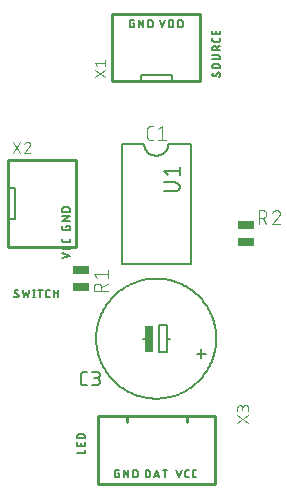
<source format=gbr>
G04 EAGLE Gerber RS-274X export*
G75*
%MOMM*%
%FSLAX34Y34*%
%LPD*%
%INSilkscreen Top*%
%IPPOS*%
%AMOC8*
5,1,8,0,0,1.08239X$1,22.5*%
G01*
%ADD10C,0.152400*%
%ADD11C,0.101600*%
%ADD12R,0.635000X2.286000*%
%ADD13C,0.127000*%
%ADD14R,1.400000X0.650000*%
%ADD15C,0.254000*%
%ADD16C,0.200000*%


D10*
X47498Y194861D02*
X54102Y197063D01*
X47498Y199264D01*
X54102Y203975D02*
X54102Y205443D01*
X54102Y203975D02*
X54100Y203901D01*
X54094Y203826D01*
X54085Y203753D01*
X54072Y203679D01*
X54055Y203607D01*
X54035Y203536D01*
X54011Y203465D01*
X53983Y203396D01*
X53952Y203329D01*
X53918Y203263D01*
X53880Y203198D01*
X53839Y203136D01*
X53795Y203076D01*
X53748Y203019D01*
X53698Y202964D01*
X53645Y202911D01*
X53590Y202861D01*
X53533Y202814D01*
X53473Y202770D01*
X53411Y202729D01*
X53346Y202691D01*
X53281Y202657D01*
X53213Y202626D01*
X53144Y202598D01*
X53073Y202574D01*
X53002Y202554D01*
X52930Y202537D01*
X52856Y202524D01*
X52783Y202515D01*
X52708Y202509D01*
X52634Y202507D01*
X52634Y202508D02*
X48966Y202508D01*
X48966Y202507D02*
X48892Y202509D01*
X48817Y202515D01*
X48744Y202524D01*
X48670Y202537D01*
X48598Y202554D01*
X48527Y202574D01*
X48456Y202598D01*
X48387Y202626D01*
X48320Y202657D01*
X48254Y202691D01*
X48189Y202729D01*
X48127Y202770D01*
X48067Y202814D01*
X48010Y202861D01*
X47955Y202911D01*
X47902Y202964D01*
X47852Y203019D01*
X47805Y203076D01*
X47761Y203136D01*
X47720Y203198D01*
X47682Y203263D01*
X47648Y203328D01*
X47617Y203396D01*
X47589Y203465D01*
X47565Y203536D01*
X47545Y203607D01*
X47528Y203679D01*
X47515Y203753D01*
X47506Y203826D01*
X47500Y203901D01*
X47498Y203975D01*
X47498Y205443D01*
X54102Y210071D02*
X54102Y211539D01*
X54102Y210071D02*
X54100Y209997D01*
X54094Y209922D01*
X54085Y209849D01*
X54072Y209775D01*
X54055Y209703D01*
X54035Y209632D01*
X54011Y209561D01*
X53983Y209492D01*
X53952Y209425D01*
X53918Y209359D01*
X53880Y209294D01*
X53839Y209232D01*
X53795Y209172D01*
X53748Y209115D01*
X53698Y209060D01*
X53645Y209007D01*
X53590Y208957D01*
X53533Y208910D01*
X53473Y208866D01*
X53411Y208825D01*
X53346Y208787D01*
X53281Y208753D01*
X53213Y208722D01*
X53144Y208694D01*
X53073Y208670D01*
X53002Y208650D01*
X52930Y208633D01*
X52856Y208620D01*
X52783Y208611D01*
X52708Y208605D01*
X52634Y208603D01*
X52634Y208604D02*
X48966Y208604D01*
X48966Y208603D02*
X48892Y208605D01*
X48817Y208611D01*
X48744Y208620D01*
X48670Y208633D01*
X48598Y208650D01*
X48527Y208670D01*
X48456Y208694D01*
X48387Y208722D01*
X48320Y208753D01*
X48254Y208787D01*
X48189Y208825D01*
X48127Y208866D01*
X48067Y208910D01*
X48010Y208957D01*
X47955Y209007D01*
X47902Y209060D01*
X47852Y209115D01*
X47805Y209172D01*
X47761Y209232D01*
X47720Y209294D01*
X47682Y209359D01*
X47648Y209424D01*
X47617Y209492D01*
X47589Y209561D01*
X47565Y209632D01*
X47545Y209703D01*
X47528Y209775D01*
X47515Y209849D01*
X47506Y209922D01*
X47500Y209997D01*
X47498Y210071D01*
X47498Y211539D01*
X94531Y13067D02*
X95632Y13067D01*
X95632Y9398D01*
X93430Y9398D01*
X93356Y9400D01*
X93281Y9406D01*
X93208Y9415D01*
X93134Y9428D01*
X93062Y9445D01*
X92991Y9465D01*
X92920Y9489D01*
X92851Y9517D01*
X92784Y9548D01*
X92718Y9582D01*
X92653Y9620D01*
X92591Y9661D01*
X92531Y9705D01*
X92474Y9752D01*
X92419Y9802D01*
X92366Y9855D01*
X92316Y9910D01*
X92269Y9967D01*
X92225Y10027D01*
X92184Y10089D01*
X92146Y10154D01*
X92112Y10220D01*
X92081Y10287D01*
X92053Y10356D01*
X92029Y10427D01*
X92009Y10498D01*
X91992Y10570D01*
X91979Y10644D01*
X91970Y10717D01*
X91964Y10792D01*
X91962Y10866D01*
X91963Y10866D02*
X91963Y14534D01*
X91962Y14534D02*
X91964Y14608D01*
X91970Y14683D01*
X91979Y14756D01*
X91992Y14830D01*
X92009Y14902D01*
X92029Y14973D01*
X92053Y15044D01*
X92081Y15113D01*
X92112Y15180D01*
X92146Y15246D01*
X92184Y15311D01*
X92225Y15373D01*
X92269Y15433D01*
X92316Y15490D01*
X92366Y15545D01*
X92419Y15598D01*
X92474Y15648D01*
X92531Y15695D01*
X92591Y15739D01*
X92653Y15780D01*
X92718Y15818D01*
X92783Y15852D01*
X92851Y15883D01*
X92920Y15911D01*
X92991Y15935D01*
X93062Y15955D01*
X93134Y15972D01*
X93208Y15985D01*
X93281Y15994D01*
X93356Y16000D01*
X93430Y16002D01*
X95632Y16002D01*
X99766Y16002D02*
X99766Y9398D01*
X103434Y9398D02*
X99766Y16002D01*
X103434Y16002D02*
X103434Y9398D01*
X107568Y9398D02*
X107568Y16002D01*
X109403Y16002D01*
X109488Y16000D01*
X109572Y15994D01*
X109656Y15984D01*
X109740Y15971D01*
X109823Y15953D01*
X109905Y15932D01*
X109986Y15907D01*
X110066Y15878D01*
X110144Y15846D01*
X110220Y15810D01*
X110295Y15770D01*
X110368Y15727D01*
X110439Y15681D01*
X110508Y15632D01*
X110575Y15579D01*
X110639Y15523D01*
X110700Y15465D01*
X110758Y15404D01*
X110814Y15340D01*
X110867Y15273D01*
X110916Y15204D01*
X110962Y15133D01*
X111005Y15060D01*
X111045Y14985D01*
X111081Y14909D01*
X111113Y14831D01*
X111142Y14751D01*
X111167Y14670D01*
X111188Y14588D01*
X111206Y14505D01*
X111219Y14421D01*
X111229Y14337D01*
X111235Y14253D01*
X111237Y14168D01*
X111237Y11232D01*
X111235Y11147D01*
X111229Y11063D01*
X111219Y10979D01*
X111206Y10895D01*
X111188Y10812D01*
X111167Y10730D01*
X111142Y10649D01*
X111113Y10569D01*
X111081Y10491D01*
X111045Y10415D01*
X111005Y10340D01*
X110962Y10267D01*
X110916Y10196D01*
X110867Y10127D01*
X110814Y10060D01*
X110758Y9996D01*
X110700Y9935D01*
X110639Y9877D01*
X110575Y9821D01*
X110508Y9768D01*
X110439Y9719D01*
X110368Y9673D01*
X110295Y9630D01*
X110220Y9590D01*
X110144Y9554D01*
X110066Y9522D01*
X109986Y9493D01*
X109905Y9468D01*
X109823Y9447D01*
X109740Y9429D01*
X109656Y9416D01*
X109572Y9406D01*
X109488Y9400D01*
X109403Y9398D01*
X107568Y9398D01*
X117972Y9398D02*
X117972Y16002D01*
X119807Y16002D01*
X119892Y16000D01*
X119976Y15994D01*
X120060Y15984D01*
X120144Y15971D01*
X120227Y15953D01*
X120309Y15932D01*
X120390Y15907D01*
X120470Y15878D01*
X120548Y15846D01*
X120624Y15810D01*
X120699Y15770D01*
X120772Y15727D01*
X120843Y15681D01*
X120912Y15632D01*
X120979Y15579D01*
X121043Y15523D01*
X121104Y15465D01*
X121162Y15404D01*
X121218Y15340D01*
X121271Y15273D01*
X121320Y15204D01*
X121366Y15133D01*
X121409Y15060D01*
X121449Y14985D01*
X121485Y14909D01*
X121517Y14831D01*
X121546Y14751D01*
X121571Y14670D01*
X121592Y14588D01*
X121610Y14505D01*
X121623Y14421D01*
X121633Y14337D01*
X121639Y14253D01*
X121641Y14168D01*
X121641Y11232D01*
X121639Y11147D01*
X121633Y11063D01*
X121623Y10979D01*
X121610Y10895D01*
X121592Y10812D01*
X121571Y10730D01*
X121546Y10649D01*
X121517Y10569D01*
X121485Y10491D01*
X121449Y10415D01*
X121409Y10340D01*
X121366Y10267D01*
X121320Y10196D01*
X121271Y10127D01*
X121218Y10060D01*
X121162Y9996D01*
X121104Y9935D01*
X121043Y9877D01*
X120979Y9821D01*
X120912Y9768D01*
X120843Y9719D01*
X120772Y9673D01*
X120699Y9630D01*
X120624Y9590D01*
X120548Y9554D01*
X120470Y9522D01*
X120390Y9493D01*
X120309Y9468D01*
X120227Y9447D01*
X120144Y9429D01*
X120060Y9416D01*
X119976Y9406D01*
X119892Y9400D01*
X119807Y9398D01*
X117972Y9398D01*
X125164Y9398D02*
X127366Y16002D01*
X129567Y9398D01*
X129017Y11049D02*
X125715Y11049D01*
X134193Y9398D02*
X134193Y16002D01*
X132359Y16002D02*
X136028Y16002D01*
X144061Y16002D02*
X146263Y9398D01*
X148464Y16002D01*
X153175Y9398D02*
X154643Y9398D01*
X153175Y9398D02*
X153101Y9400D01*
X153026Y9406D01*
X152953Y9415D01*
X152879Y9428D01*
X152807Y9445D01*
X152736Y9465D01*
X152665Y9489D01*
X152596Y9517D01*
X152529Y9548D01*
X152463Y9582D01*
X152398Y9620D01*
X152336Y9661D01*
X152276Y9705D01*
X152219Y9752D01*
X152164Y9802D01*
X152111Y9855D01*
X152061Y9910D01*
X152014Y9967D01*
X151970Y10027D01*
X151929Y10089D01*
X151891Y10154D01*
X151857Y10220D01*
X151826Y10287D01*
X151798Y10356D01*
X151774Y10427D01*
X151754Y10498D01*
X151737Y10570D01*
X151724Y10644D01*
X151715Y10717D01*
X151709Y10792D01*
X151707Y10866D01*
X151708Y10866D02*
X151708Y14534D01*
X151707Y14534D02*
X151709Y14608D01*
X151715Y14683D01*
X151724Y14756D01*
X151737Y14830D01*
X151754Y14902D01*
X151774Y14973D01*
X151798Y15044D01*
X151826Y15113D01*
X151857Y15180D01*
X151891Y15246D01*
X151929Y15311D01*
X151970Y15373D01*
X152014Y15433D01*
X152061Y15490D01*
X152111Y15545D01*
X152164Y15598D01*
X152219Y15648D01*
X152276Y15695D01*
X152336Y15739D01*
X152398Y15780D01*
X152463Y15818D01*
X152528Y15852D01*
X152596Y15883D01*
X152665Y15911D01*
X152736Y15935D01*
X152807Y15955D01*
X152879Y15972D01*
X152953Y15985D01*
X153026Y15994D01*
X153101Y16000D01*
X153175Y16002D01*
X154643Y16002D01*
X159271Y9398D02*
X160739Y9398D01*
X159271Y9398D02*
X159197Y9400D01*
X159122Y9406D01*
X159049Y9415D01*
X158975Y9428D01*
X158903Y9445D01*
X158832Y9465D01*
X158761Y9489D01*
X158692Y9517D01*
X158625Y9548D01*
X158559Y9582D01*
X158494Y9620D01*
X158432Y9661D01*
X158372Y9705D01*
X158315Y9752D01*
X158260Y9802D01*
X158207Y9855D01*
X158157Y9910D01*
X158110Y9967D01*
X158066Y10027D01*
X158025Y10089D01*
X157987Y10154D01*
X157953Y10220D01*
X157922Y10287D01*
X157894Y10356D01*
X157870Y10427D01*
X157850Y10498D01*
X157833Y10570D01*
X157820Y10644D01*
X157811Y10717D01*
X157805Y10792D01*
X157803Y10866D01*
X157804Y10866D02*
X157804Y14534D01*
X157803Y14534D02*
X157805Y14608D01*
X157811Y14683D01*
X157820Y14756D01*
X157833Y14830D01*
X157850Y14902D01*
X157870Y14973D01*
X157894Y15044D01*
X157922Y15113D01*
X157953Y15180D01*
X157987Y15246D01*
X158025Y15311D01*
X158066Y15373D01*
X158110Y15433D01*
X158157Y15490D01*
X158207Y15545D01*
X158260Y15598D01*
X158315Y15648D01*
X158372Y15695D01*
X158432Y15739D01*
X158494Y15780D01*
X158559Y15818D01*
X158624Y15852D01*
X158692Y15883D01*
X158761Y15911D01*
X158832Y15935D01*
X158903Y15955D01*
X158975Y15972D01*
X159049Y15985D01*
X159122Y15994D01*
X159197Y16000D01*
X159271Y16002D01*
X160739Y16002D01*
X50433Y221531D02*
X50433Y222632D01*
X54102Y222632D01*
X54102Y220430D01*
X54100Y220356D01*
X54094Y220281D01*
X54085Y220208D01*
X54072Y220134D01*
X54055Y220062D01*
X54035Y219991D01*
X54011Y219920D01*
X53983Y219851D01*
X53952Y219784D01*
X53918Y219718D01*
X53880Y219653D01*
X53839Y219591D01*
X53795Y219531D01*
X53748Y219474D01*
X53698Y219419D01*
X53645Y219366D01*
X53590Y219316D01*
X53533Y219269D01*
X53473Y219225D01*
X53411Y219184D01*
X53346Y219146D01*
X53281Y219112D01*
X53213Y219081D01*
X53144Y219053D01*
X53073Y219029D01*
X53002Y219009D01*
X52930Y218992D01*
X52856Y218979D01*
X52783Y218970D01*
X52708Y218964D01*
X52634Y218962D01*
X52634Y218963D02*
X48966Y218963D01*
X48966Y218962D02*
X48892Y218964D01*
X48817Y218970D01*
X48744Y218979D01*
X48670Y218992D01*
X48598Y219009D01*
X48527Y219029D01*
X48456Y219053D01*
X48387Y219081D01*
X48320Y219112D01*
X48254Y219146D01*
X48189Y219184D01*
X48127Y219225D01*
X48067Y219269D01*
X48010Y219316D01*
X47955Y219366D01*
X47902Y219419D01*
X47852Y219474D01*
X47805Y219531D01*
X47761Y219591D01*
X47720Y219653D01*
X47682Y219718D01*
X47648Y219783D01*
X47617Y219851D01*
X47589Y219920D01*
X47565Y219991D01*
X47545Y220062D01*
X47528Y220134D01*
X47515Y220208D01*
X47506Y220281D01*
X47500Y220356D01*
X47498Y220430D01*
X47498Y222632D01*
X47498Y226766D02*
X54102Y226766D01*
X54102Y230434D02*
X47498Y226766D01*
X47498Y230434D02*
X54102Y230434D01*
X54102Y234568D02*
X47498Y234568D01*
X47498Y236403D01*
X47500Y236488D01*
X47506Y236572D01*
X47516Y236656D01*
X47529Y236740D01*
X47547Y236823D01*
X47568Y236905D01*
X47593Y236986D01*
X47622Y237066D01*
X47654Y237144D01*
X47690Y237220D01*
X47730Y237295D01*
X47773Y237368D01*
X47819Y237439D01*
X47868Y237508D01*
X47921Y237575D01*
X47977Y237639D01*
X48035Y237700D01*
X48096Y237758D01*
X48160Y237814D01*
X48227Y237867D01*
X48296Y237916D01*
X48367Y237962D01*
X48440Y238005D01*
X48515Y238045D01*
X48591Y238081D01*
X48670Y238113D01*
X48749Y238142D01*
X48830Y238167D01*
X48912Y238188D01*
X48995Y238206D01*
X49079Y238219D01*
X49163Y238229D01*
X49247Y238235D01*
X49332Y238237D01*
X52268Y238237D01*
X52353Y238235D01*
X52437Y238229D01*
X52521Y238219D01*
X52605Y238206D01*
X52688Y238188D01*
X52770Y238167D01*
X52851Y238142D01*
X52931Y238113D01*
X53009Y238081D01*
X53085Y238045D01*
X53160Y238005D01*
X53233Y237962D01*
X53304Y237916D01*
X53373Y237867D01*
X53440Y237814D01*
X53504Y237758D01*
X53565Y237700D01*
X53623Y237639D01*
X53679Y237575D01*
X53732Y237508D01*
X53781Y237439D01*
X53827Y237368D01*
X53870Y237295D01*
X53910Y237220D01*
X53946Y237144D01*
X53978Y237066D01*
X54007Y236986D01*
X54032Y236905D01*
X54053Y236823D01*
X54071Y236740D01*
X54084Y236656D01*
X54094Y236572D01*
X54100Y236488D01*
X54102Y236403D01*
X54102Y234568D01*
X107231Y394067D02*
X108332Y394067D01*
X108332Y390398D01*
X106130Y390398D01*
X106056Y390400D01*
X105981Y390406D01*
X105908Y390415D01*
X105834Y390428D01*
X105762Y390445D01*
X105691Y390465D01*
X105620Y390489D01*
X105551Y390517D01*
X105484Y390548D01*
X105418Y390582D01*
X105353Y390620D01*
X105291Y390661D01*
X105231Y390705D01*
X105174Y390752D01*
X105119Y390802D01*
X105066Y390855D01*
X105016Y390910D01*
X104969Y390967D01*
X104925Y391027D01*
X104884Y391089D01*
X104846Y391154D01*
X104812Y391220D01*
X104781Y391287D01*
X104753Y391356D01*
X104729Y391427D01*
X104709Y391498D01*
X104692Y391570D01*
X104679Y391644D01*
X104670Y391717D01*
X104664Y391792D01*
X104662Y391866D01*
X104663Y391866D02*
X104663Y395534D01*
X104662Y395534D02*
X104664Y395608D01*
X104670Y395683D01*
X104679Y395756D01*
X104692Y395830D01*
X104709Y395902D01*
X104729Y395973D01*
X104753Y396044D01*
X104781Y396113D01*
X104812Y396180D01*
X104846Y396246D01*
X104884Y396311D01*
X104925Y396373D01*
X104969Y396433D01*
X105016Y396490D01*
X105066Y396545D01*
X105119Y396598D01*
X105174Y396648D01*
X105231Y396695D01*
X105291Y396739D01*
X105353Y396780D01*
X105418Y396818D01*
X105483Y396852D01*
X105551Y396883D01*
X105620Y396911D01*
X105691Y396935D01*
X105762Y396955D01*
X105834Y396972D01*
X105908Y396985D01*
X105981Y396994D01*
X106056Y397000D01*
X106130Y397002D01*
X108332Y397002D01*
X112466Y397002D02*
X112466Y390398D01*
X116134Y390398D02*
X112466Y397002D01*
X116134Y397002D02*
X116134Y390398D01*
X120268Y390398D02*
X120268Y397002D01*
X122103Y397002D01*
X122188Y397000D01*
X122272Y396994D01*
X122356Y396984D01*
X122440Y396971D01*
X122523Y396953D01*
X122605Y396932D01*
X122686Y396907D01*
X122766Y396878D01*
X122844Y396846D01*
X122920Y396810D01*
X122995Y396770D01*
X123068Y396727D01*
X123139Y396681D01*
X123208Y396632D01*
X123275Y396579D01*
X123339Y396523D01*
X123400Y396465D01*
X123458Y396404D01*
X123514Y396340D01*
X123567Y396273D01*
X123616Y396204D01*
X123662Y396133D01*
X123705Y396060D01*
X123745Y395985D01*
X123781Y395909D01*
X123813Y395831D01*
X123842Y395751D01*
X123867Y395670D01*
X123888Y395588D01*
X123906Y395505D01*
X123919Y395421D01*
X123929Y395337D01*
X123935Y395253D01*
X123937Y395168D01*
X123937Y392232D01*
X123935Y392147D01*
X123929Y392063D01*
X123919Y391979D01*
X123906Y391895D01*
X123888Y391812D01*
X123867Y391730D01*
X123842Y391649D01*
X123813Y391569D01*
X123781Y391491D01*
X123745Y391415D01*
X123705Y391340D01*
X123662Y391267D01*
X123616Y391196D01*
X123567Y391127D01*
X123514Y391060D01*
X123458Y390996D01*
X123400Y390935D01*
X123339Y390877D01*
X123275Y390821D01*
X123208Y390768D01*
X123139Y390719D01*
X123068Y390673D01*
X122995Y390630D01*
X122920Y390590D01*
X122844Y390554D01*
X122766Y390522D01*
X122686Y390493D01*
X122605Y390468D01*
X122523Y390447D01*
X122440Y390429D01*
X122356Y390416D01*
X122272Y390406D01*
X122188Y390400D01*
X122103Y390398D01*
X120268Y390398D01*
X130001Y397002D02*
X132202Y390398D01*
X134404Y397002D01*
X137927Y397002D02*
X137927Y390398D01*
X137927Y397002D02*
X139762Y397002D01*
X139847Y397000D01*
X139931Y396994D01*
X140015Y396984D01*
X140099Y396971D01*
X140182Y396953D01*
X140264Y396932D01*
X140345Y396907D01*
X140425Y396878D01*
X140503Y396846D01*
X140579Y396810D01*
X140654Y396770D01*
X140727Y396727D01*
X140798Y396681D01*
X140867Y396632D01*
X140934Y396579D01*
X140998Y396523D01*
X141059Y396465D01*
X141117Y396404D01*
X141173Y396340D01*
X141226Y396273D01*
X141275Y396204D01*
X141321Y396133D01*
X141364Y396060D01*
X141404Y395985D01*
X141440Y395909D01*
X141472Y395831D01*
X141501Y395751D01*
X141526Y395670D01*
X141547Y395588D01*
X141565Y395505D01*
X141578Y395421D01*
X141588Y395337D01*
X141594Y395253D01*
X141596Y395168D01*
X141596Y392232D01*
X141594Y392147D01*
X141588Y392063D01*
X141578Y391979D01*
X141565Y391895D01*
X141547Y391812D01*
X141526Y391730D01*
X141501Y391649D01*
X141472Y391569D01*
X141440Y391491D01*
X141404Y391415D01*
X141364Y391340D01*
X141321Y391267D01*
X141275Y391196D01*
X141226Y391127D01*
X141173Y391060D01*
X141117Y390996D01*
X141059Y390935D01*
X140998Y390877D01*
X140934Y390821D01*
X140867Y390768D01*
X140798Y390719D01*
X140727Y390673D01*
X140654Y390630D01*
X140579Y390590D01*
X140503Y390554D01*
X140425Y390522D01*
X140345Y390493D01*
X140264Y390468D01*
X140182Y390447D01*
X140099Y390429D01*
X140015Y390416D01*
X139931Y390406D01*
X139847Y390400D01*
X139762Y390398D01*
X137927Y390398D01*
X145730Y390398D02*
X145730Y397002D01*
X147564Y397002D01*
X147649Y397000D01*
X147733Y396994D01*
X147817Y396984D01*
X147901Y396971D01*
X147984Y396953D01*
X148066Y396932D01*
X148147Y396907D01*
X148227Y396878D01*
X148305Y396846D01*
X148381Y396810D01*
X148456Y396770D01*
X148529Y396727D01*
X148600Y396681D01*
X148669Y396632D01*
X148736Y396579D01*
X148800Y396523D01*
X148861Y396465D01*
X148919Y396404D01*
X148975Y396340D01*
X149028Y396273D01*
X149077Y396204D01*
X149123Y396133D01*
X149166Y396060D01*
X149206Y395985D01*
X149242Y395909D01*
X149274Y395831D01*
X149303Y395751D01*
X149328Y395670D01*
X149349Y395588D01*
X149367Y395505D01*
X149380Y395421D01*
X149390Y395337D01*
X149396Y395253D01*
X149398Y395168D01*
X149399Y395168D02*
X149399Y392232D01*
X149398Y392232D02*
X149396Y392147D01*
X149390Y392063D01*
X149380Y391979D01*
X149367Y391895D01*
X149349Y391812D01*
X149328Y391730D01*
X149303Y391649D01*
X149274Y391569D01*
X149242Y391491D01*
X149206Y391415D01*
X149166Y391340D01*
X149123Y391267D01*
X149077Y391196D01*
X149028Y391127D01*
X148975Y391060D01*
X148919Y390996D01*
X148861Y390935D01*
X148800Y390877D01*
X148736Y390821D01*
X148669Y390768D01*
X148600Y390719D01*
X148529Y390673D01*
X148456Y390630D01*
X148381Y390590D01*
X148305Y390554D01*
X148227Y390522D01*
X148147Y390493D01*
X148066Y390468D01*
X147984Y390447D01*
X147901Y390429D01*
X147817Y390416D01*
X147733Y390406D01*
X147649Y390400D01*
X147564Y390398D01*
X145730Y390398D01*
X10532Y163266D02*
X10530Y163192D01*
X10524Y163117D01*
X10515Y163044D01*
X10502Y162970D01*
X10485Y162898D01*
X10465Y162827D01*
X10441Y162756D01*
X10413Y162687D01*
X10382Y162619D01*
X10348Y162554D01*
X10310Y162489D01*
X10269Y162427D01*
X10225Y162367D01*
X10178Y162310D01*
X10128Y162255D01*
X10075Y162202D01*
X10020Y162152D01*
X9963Y162105D01*
X9903Y162061D01*
X9841Y162020D01*
X9776Y161982D01*
X9710Y161948D01*
X9643Y161917D01*
X9574Y161889D01*
X9503Y161865D01*
X9432Y161845D01*
X9359Y161828D01*
X9286Y161815D01*
X9212Y161806D01*
X9138Y161800D01*
X9064Y161798D01*
X8953Y161800D01*
X8842Y161806D01*
X8731Y161816D01*
X8620Y161830D01*
X8511Y161848D01*
X8402Y161870D01*
X8293Y161895D01*
X8186Y161925D01*
X8080Y161958D01*
X7975Y161996D01*
X7872Y162036D01*
X7770Y162081D01*
X7670Y162129D01*
X7571Y162181D01*
X7475Y162236D01*
X7380Y162295D01*
X7288Y162357D01*
X7198Y162423D01*
X7110Y162491D01*
X7025Y162563D01*
X6943Y162638D01*
X6863Y162715D01*
X7046Y166934D02*
X7048Y167008D01*
X7054Y167083D01*
X7063Y167156D01*
X7076Y167230D01*
X7093Y167302D01*
X7113Y167373D01*
X7137Y167444D01*
X7165Y167513D01*
X7196Y167580D01*
X7230Y167646D01*
X7268Y167711D01*
X7309Y167773D01*
X7353Y167833D01*
X7400Y167890D01*
X7450Y167945D01*
X7503Y167998D01*
X7558Y168048D01*
X7615Y168095D01*
X7675Y168139D01*
X7737Y168180D01*
X7802Y168218D01*
X7868Y168252D01*
X7935Y168283D01*
X8004Y168311D01*
X8075Y168335D01*
X8146Y168355D01*
X8218Y168372D01*
X8292Y168385D01*
X8365Y168394D01*
X8440Y168400D01*
X8514Y168402D01*
X8618Y168400D01*
X8722Y168394D01*
X8826Y168384D01*
X8929Y168371D01*
X9032Y168353D01*
X9134Y168331D01*
X9235Y168306D01*
X9335Y168277D01*
X9434Y168244D01*
X9531Y168207D01*
X9627Y168167D01*
X9722Y168123D01*
X9814Y168075D01*
X9905Y168025D01*
X9994Y167970D01*
X10081Y167913D01*
X10165Y167852D01*
X7780Y165649D02*
X7717Y165688D01*
X7657Y165730D01*
X7599Y165775D01*
X7542Y165823D01*
X7489Y165874D01*
X7438Y165927D01*
X7389Y165982D01*
X7344Y166040D01*
X7301Y166100D01*
X7261Y166162D01*
X7225Y166226D01*
X7191Y166292D01*
X7161Y166360D01*
X7134Y166428D01*
X7111Y166498D01*
X7091Y166569D01*
X7075Y166641D01*
X7062Y166714D01*
X7053Y166787D01*
X7048Y166860D01*
X7046Y166934D01*
X9798Y164551D02*
X9861Y164512D01*
X9921Y164470D01*
X9980Y164425D01*
X10036Y164377D01*
X10089Y164326D01*
X10140Y164273D01*
X10189Y164218D01*
X10234Y164160D01*
X10277Y164100D01*
X10317Y164038D01*
X10353Y163974D01*
X10387Y163908D01*
X10417Y163840D01*
X10444Y163772D01*
X10467Y163702D01*
X10487Y163631D01*
X10503Y163559D01*
X10516Y163486D01*
X10525Y163413D01*
X10530Y163340D01*
X10532Y163266D01*
X9798Y164550D02*
X7780Y165650D01*
X13809Y168402D02*
X15276Y161798D01*
X16744Y166201D01*
X18211Y161798D01*
X19679Y168402D01*
X23571Y168402D02*
X23571Y161798D01*
X22837Y161798D02*
X24305Y161798D01*
X24305Y168402D02*
X22837Y168402D01*
X28936Y168402D02*
X28936Y161798D01*
X30770Y168402D02*
X27101Y168402D01*
X35361Y161798D02*
X36828Y161798D01*
X35361Y161798D02*
X35287Y161800D01*
X35212Y161806D01*
X35139Y161815D01*
X35065Y161828D01*
X34993Y161845D01*
X34922Y161865D01*
X34851Y161889D01*
X34782Y161917D01*
X34715Y161948D01*
X34649Y161982D01*
X34584Y162020D01*
X34522Y162061D01*
X34462Y162105D01*
X34405Y162152D01*
X34350Y162202D01*
X34297Y162255D01*
X34247Y162310D01*
X34200Y162367D01*
X34156Y162427D01*
X34115Y162489D01*
X34077Y162554D01*
X34043Y162620D01*
X34012Y162687D01*
X33984Y162756D01*
X33960Y162827D01*
X33940Y162898D01*
X33923Y162970D01*
X33910Y163044D01*
X33901Y163117D01*
X33895Y163192D01*
X33893Y163266D01*
X33893Y166934D01*
X33895Y167008D01*
X33901Y167083D01*
X33910Y167156D01*
X33923Y167230D01*
X33940Y167302D01*
X33960Y167373D01*
X33984Y167444D01*
X34012Y167513D01*
X34043Y167580D01*
X34077Y167646D01*
X34115Y167711D01*
X34156Y167773D01*
X34200Y167833D01*
X34247Y167890D01*
X34297Y167945D01*
X34350Y167998D01*
X34405Y168048D01*
X34462Y168095D01*
X34522Y168139D01*
X34584Y168180D01*
X34649Y168218D01*
X34714Y168252D01*
X34782Y168283D01*
X34851Y168311D01*
X34922Y168335D01*
X34993Y168355D01*
X35065Y168372D01*
X35139Y168385D01*
X35212Y168394D01*
X35287Y168400D01*
X35361Y168402D01*
X36828Y168402D01*
X40269Y168402D02*
X40269Y161798D01*
X40269Y165467D02*
X43937Y165467D01*
X43937Y168402D02*
X43937Y161798D01*
X181102Y350978D02*
X181100Y351052D01*
X181094Y351126D01*
X181085Y351200D01*
X181072Y351273D01*
X181055Y351346D01*
X181035Y351417D01*
X181011Y351488D01*
X180983Y351557D01*
X180952Y351624D01*
X180918Y351690D01*
X180880Y351755D01*
X180839Y351817D01*
X180795Y351877D01*
X180748Y351934D01*
X180698Y351989D01*
X180645Y352042D01*
X180590Y352092D01*
X180533Y352139D01*
X180473Y352183D01*
X180411Y352224D01*
X180346Y352262D01*
X180281Y352296D01*
X180213Y352327D01*
X180144Y352355D01*
X180073Y352379D01*
X180002Y352399D01*
X179930Y352416D01*
X179856Y352429D01*
X179783Y352438D01*
X179708Y352444D01*
X179634Y352446D01*
X181102Y350978D02*
X181100Y350867D01*
X181094Y350756D01*
X181084Y350645D01*
X181070Y350534D01*
X181052Y350425D01*
X181030Y350316D01*
X181005Y350207D01*
X180975Y350100D01*
X180942Y349994D01*
X180904Y349889D01*
X180864Y349786D01*
X180819Y349684D01*
X180771Y349584D01*
X180719Y349485D01*
X180664Y349389D01*
X180605Y349294D01*
X180543Y349202D01*
X180477Y349112D01*
X180409Y349024D01*
X180337Y348939D01*
X180262Y348857D01*
X180185Y348777D01*
X175966Y348959D02*
X175892Y348961D01*
X175817Y348967D01*
X175744Y348976D01*
X175670Y348989D01*
X175598Y349006D01*
X175527Y349026D01*
X175456Y349050D01*
X175387Y349078D01*
X175320Y349109D01*
X175254Y349143D01*
X175189Y349181D01*
X175127Y349222D01*
X175067Y349266D01*
X175010Y349313D01*
X174955Y349363D01*
X174902Y349416D01*
X174852Y349471D01*
X174805Y349528D01*
X174761Y349588D01*
X174720Y349650D01*
X174682Y349715D01*
X174648Y349781D01*
X174617Y349848D01*
X174589Y349917D01*
X174565Y349988D01*
X174545Y350059D01*
X174528Y350131D01*
X174515Y350205D01*
X174506Y350278D01*
X174500Y350353D01*
X174498Y350427D01*
X174500Y350531D01*
X174506Y350635D01*
X174516Y350739D01*
X174529Y350842D01*
X174547Y350945D01*
X174569Y351047D01*
X174594Y351148D01*
X174623Y351248D01*
X174656Y351347D01*
X174693Y351444D01*
X174733Y351540D01*
X174777Y351635D01*
X174825Y351727D01*
X174875Y351818D01*
X174930Y351907D01*
X174988Y351994D01*
X175048Y352078D01*
X177251Y349693D02*
X177212Y349630D01*
X177170Y349570D01*
X177125Y349512D01*
X177077Y349455D01*
X177026Y349402D01*
X176973Y349351D01*
X176918Y349302D01*
X176860Y349257D01*
X176800Y349214D01*
X176738Y349174D01*
X176674Y349138D01*
X176608Y349104D01*
X176540Y349074D01*
X176472Y349047D01*
X176402Y349024D01*
X176331Y349004D01*
X176259Y348988D01*
X176186Y348975D01*
X176113Y348966D01*
X176040Y348961D01*
X175966Y348959D01*
X178349Y351712D02*
X178388Y351775D01*
X178430Y351835D01*
X178475Y351894D01*
X178523Y351950D01*
X178574Y352003D01*
X178627Y352054D01*
X178682Y352103D01*
X178740Y352148D01*
X178800Y352191D01*
X178862Y352231D01*
X178926Y352267D01*
X178992Y352301D01*
X179060Y352331D01*
X179128Y352358D01*
X179198Y352381D01*
X179269Y352401D01*
X179341Y352417D01*
X179414Y352430D01*
X179487Y352439D01*
X179560Y352444D01*
X179634Y352446D01*
X178350Y351711D02*
X177250Y349693D01*
X176332Y355848D02*
X179268Y355848D01*
X176332Y355848D02*
X176247Y355850D01*
X176163Y355856D01*
X176079Y355866D01*
X175995Y355879D01*
X175912Y355897D01*
X175830Y355918D01*
X175749Y355943D01*
X175669Y355972D01*
X175591Y356004D01*
X175515Y356040D01*
X175440Y356080D01*
X175367Y356123D01*
X175296Y356169D01*
X175227Y356218D01*
X175160Y356271D01*
X175096Y356327D01*
X175035Y356385D01*
X174977Y356446D01*
X174921Y356510D01*
X174868Y356577D01*
X174819Y356646D01*
X174773Y356717D01*
X174730Y356790D01*
X174690Y356865D01*
X174654Y356941D01*
X174622Y357019D01*
X174593Y357099D01*
X174568Y357180D01*
X174547Y357262D01*
X174529Y357345D01*
X174516Y357429D01*
X174506Y357513D01*
X174500Y357597D01*
X174498Y357682D01*
X174500Y357767D01*
X174506Y357851D01*
X174516Y357935D01*
X174529Y358019D01*
X174547Y358102D01*
X174568Y358184D01*
X174593Y358265D01*
X174622Y358345D01*
X174654Y358423D01*
X174690Y358499D01*
X174730Y358574D01*
X174773Y358647D01*
X174819Y358718D01*
X174868Y358787D01*
X174921Y358854D01*
X174977Y358918D01*
X175035Y358979D01*
X175096Y359037D01*
X175160Y359093D01*
X175227Y359146D01*
X175296Y359195D01*
X175367Y359241D01*
X175440Y359284D01*
X175515Y359324D01*
X175591Y359360D01*
X175669Y359392D01*
X175749Y359421D01*
X175830Y359446D01*
X175912Y359467D01*
X175995Y359485D01*
X176079Y359498D01*
X176163Y359508D01*
X176247Y359514D01*
X176332Y359516D01*
X179268Y359516D01*
X179353Y359514D01*
X179437Y359508D01*
X179521Y359498D01*
X179605Y359485D01*
X179688Y359467D01*
X179770Y359446D01*
X179851Y359421D01*
X179931Y359392D01*
X180009Y359360D01*
X180085Y359324D01*
X180160Y359284D01*
X180233Y359241D01*
X180304Y359195D01*
X180373Y359146D01*
X180440Y359093D01*
X180504Y359037D01*
X180565Y358979D01*
X180623Y358918D01*
X180679Y358854D01*
X180732Y358787D01*
X180781Y358718D01*
X180827Y358647D01*
X180870Y358574D01*
X180910Y358499D01*
X180946Y358423D01*
X180978Y358345D01*
X181007Y358265D01*
X181032Y358184D01*
X181053Y358102D01*
X181071Y358019D01*
X181084Y357935D01*
X181094Y357851D01*
X181100Y357767D01*
X181102Y357682D01*
X181100Y357597D01*
X181094Y357513D01*
X181084Y357429D01*
X181071Y357345D01*
X181053Y357262D01*
X181032Y357180D01*
X181007Y357099D01*
X180978Y357019D01*
X180946Y356941D01*
X180910Y356865D01*
X180870Y356790D01*
X180827Y356717D01*
X180781Y356646D01*
X180732Y356577D01*
X180679Y356510D01*
X180623Y356446D01*
X180565Y356385D01*
X180504Y356327D01*
X180440Y356271D01*
X180373Y356218D01*
X180304Y356169D01*
X180233Y356123D01*
X180160Y356080D01*
X180085Y356040D01*
X180009Y356004D01*
X179931Y355972D01*
X179851Y355943D01*
X179770Y355918D01*
X179688Y355897D01*
X179605Y355879D01*
X179521Y355866D01*
X179437Y355856D01*
X179353Y355850D01*
X179268Y355848D01*
X179268Y363407D02*
X174498Y363407D01*
X179268Y363407D02*
X179353Y363409D01*
X179437Y363415D01*
X179521Y363425D01*
X179605Y363438D01*
X179688Y363456D01*
X179770Y363477D01*
X179851Y363502D01*
X179931Y363531D01*
X180009Y363563D01*
X180085Y363599D01*
X180160Y363639D01*
X180233Y363682D01*
X180304Y363728D01*
X180373Y363777D01*
X180440Y363830D01*
X180504Y363886D01*
X180565Y363944D01*
X180623Y364005D01*
X180679Y364069D01*
X180732Y364136D01*
X180781Y364205D01*
X180827Y364276D01*
X180870Y364349D01*
X180910Y364424D01*
X180946Y364500D01*
X180978Y364578D01*
X181007Y364658D01*
X181032Y364739D01*
X181053Y364821D01*
X181071Y364904D01*
X181084Y364988D01*
X181094Y365072D01*
X181100Y365156D01*
X181102Y365241D01*
X181100Y365326D01*
X181094Y365410D01*
X181084Y365494D01*
X181071Y365578D01*
X181053Y365661D01*
X181032Y365743D01*
X181007Y365824D01*
X180978Y365904D01*
X180946Y365982D01*
X180910Y366058D01*
X180870Y366133D01*
X180827Y366206D01*
X180781Y366277D01*
X180732Y366346D01*
X180679Y366413D01*
X180623Y366477D01*
X180565Y366538D01*
X180504Y366596D01*
X180440Y366652D01*
X180373Y366705D01*
X180304Y366754D01*
X180233Y366800D01*
X180160Y366843D01*
X180085Y366883D01*
X180009Y366919D01*
X179931Y366951D01*
X179851Y366980D01*
X179770Y367005D01*
X179688Y367026D01*
X179605Y367044D01*
X179521Y367057D01*
X179437Y367067D01*
X179353Y367073D01*
X179268Y367075D01*
X179268Y367076D02*
X174498Y367076D01*
X174498Y371288D02*
X181102Y371288D01*
X174498Y371288D02*
X174498Y373123D01*
X174500Y373208D01*
X174506Y373292D01*
X174516Y373376D01*
X174529Y373460D01*
X174547Y373543D01*
X174568Y373625D01*
X174593Y373706D01*
X174622Y373786D01*
X174654Y373864D01*
X174690Y373940D01*
X174730Y374015D01*
X174773Y374088D01*
X174819Y374159D01*
X174868Y374228D01*
X174921Y374295D01*
X174977Y374359D01*
X175035Y374420D01*
X175096Y374478D01*
X175160Y374534D01*
X175227Y374587D01*
X175296Y374636D01*
X175367Y374682D01*
X175440Y374725D01*
X175515Y374765D01*
X175591Y374801D01*
X175669Y374833D01*
X175749Y374862D01*
X175830Y374887D01*
X175912Y374908D01*
X175995Y374926D01*
X176079Y374939D01*
X176163Y374949D01*
X176247Y374955D01*
X176332Y374957D01*
X176417Y374955D01*
X176501Y374949D01*
X176585Y374939D01*
X176669Y374926D01*
X176752Y374908D01*
X176834Y374887D01*
X176915Y374862D01*
X176995Y374833D01*
X177073Y374801D01*
X177149Y374765D01*
X177224Y374725D01*
X177297Y374682D01*
X177368Y374636D01*
X177437Y374587D01*
X177504Y374534D01*
X177568Y374478D01*
X177629Y374420D01*
X177687Y374359D01*
X177743Y374295D01*
X177796Y374228D01*
X177845Y374159D01*
X177891Y374088D01*
X177934Y374015D01*
X177974Y373940D01*
X178010Y373864D01*
X178042Y373786D01*
X178071Y373706D01*
X178096Y373625D01*
X178117Y373543D01*
X178135Y373460D01*
X178148Y373376D01*
X178158Y373292D01*
X178164Y373208D01*
X178166Y373123D01*
X178167Y373123D02*
X178167Y371288D01*
X178167Y373490D02*
X181102Y374957D01*
X181102Y379957D02*
X181102Y381424D01*
X181102Y379957D02*
X181100Y379883D01*
X181094Y379808D01*
X181085Y379735D01*
X181072Y379661D01*
X181055Y379589D01*
X181035Y379518D01*
X181011Y379447D01*
X180983Y379378D01*
X180952Y379311D01*
X180918Y379245D01*
X180880Y379180D01*
X180839Y379118D01*
X180795Y379058D01*
X180748Y379001D01*
X180698Y378946D01*
X180645Y378893D01*
X180590Y378843D01*
X180533Y378796D01*
X180473Y378752D01*
X180411Y378711D01*
X180346Y378673D01*
X180281Y378639D01*
X180213Y378608D01*
X180144Y378580D01*
X180073Y378556D01*
X180002Y378536D01*
X179930Y378519D01*
X179856Y378506D01*
X179783Y378497D01*
X179708Y378491D01*
X179634Y378489D01*
X175966Y378489D01*
X175892Y378491D01*
X175817Y378497D01*
X175744Y378506D01*
X175670Y378519D01*
X175598Y378536D01*
X175527Y378556D01*
X175456Y378580D01*
X175387Y378608D01*
X175320Y378639D01*
X175254Y378673D01*
X175189Y378711D01*
X175127Y378752D01*
X175067Y378796D01*
X175010Y378843D01*
X174955Y378893D01*
X174902Y378946D01*
X174852Y379001D01*
X174805Y379058D01*
X174761Y379118D01*
X174720Y379180D01*
X174682Y379245D01*
X174648Y379310D01*
X174617Y379378D01*
X174589Y379447D01*
X174565Y379518D01*
X174545Y379589D01*
X174528Y379661D01*
X174515Y379735D01*
X174506Y379808D01*
X174500Y379883D01*
X174498Y379957D01*
X174498Y381424D01*
X181102Y384889D02*
X181102Y387824D01*
X181102Y384889D02*
X174498Y384889D01*
X174498Y387824D01*
X177433Y387090D02*
X177433Y384889D01*
X66802Y29938D02*
X60198Y29938D01*
X66802Y29938D02*
X66802Y32873D01*
X66802Y36278D02*
X66802Y39213D01*
X66802Y36278D02*
X60198Y36278D01*
X60198Y39213D01*
X63133Y38479D02*
X63133Y36278D01*
X60198Y42593D02*
X66802Y42593D01*
X60198Y42593D02*
X60198Y44428D01*
X60200Y44513D01*
X60206Y44597D01*
X60216Y44681D01*
X60229Y44765D01*
X60247Y44848D01*
X60268Y44930D01*
X60293Y45011D01*
X60322Y45091D01*
X60354Y45169D01*
X60390Y45245D01*
X60430Y45320D01*
X60473Y45393D01*
X60519Y45464D01*
X60568Y45533D01*
X60621Y45600D01*
X60677Y45664D01*
X60735Y45725D01*
X60796Y45783D01*
X60860Y45839D01*
X60927Y45892D01*
X60996Y45941D01*
X61067Y45987D01*
X61140Y46030D01*
X61215Y46070D01*
X61291Y46106D01*
X61370Y46138D01*
X61449Y46167D01*
X61530Y46192D01*
X61612Y46213D01*
X61695Y46231D01*
X61779Y46244D01*
X61863Y46254D01*
X61947Y46260D01*
X62032Y46262D01*
X64968Y46262D01*
X65053Y46260D01*
X65137Y46254D01*
X65221Y46244D01*
X65305Y46231D01*
X65388Y46213D01*
X65470Y46192D01*
X65551Y46167D01*
X65631Y46138D01*
X65709Y46106D01*
X65785Y46070D01*
X65860Y46030D01*
X65933Y45987D01*
X66004Y45941D01*
X66073Y45892D01*
X66140Y45839D01*
X66204Y45783D01*
X66265Y45725D01*
X66323Y45664D01*
X66379Y45600D01*
X66432Y45533D01*
X66481Y45464D01*
X66527Y45393D01*
X66570Y45320D01*
X66610Y45245D01*
X66646Y45169D01*
X66678Y45091D01*
X66707Y45011D01*
X66732Y44930D01*
X66753Y44848D01*
X66771Y44765D01*
X66784Y44681D01*
X66794Y44597D01*
X66800Y44513D01*
X66802Y44428D01*
X66802Y42593D01*
D11*
X121929Y295148D02*
X124526Y295148D01*
X121929Y295148D02*
X121830Y295150D01*
X121730Y295156D01*
X121631Y295165D01*
X121533Y295178D01*
X121435Y295195D01*
X121337Y295216D01*
X121241Y295241D01*
X121146Y295269D01*
X121052Y295301D01*
X120959Y295336D01*
X120867Y295375D01*
X120777Y295418D01*
X120689Y295463D01*
X120602Y295513D01*
X120518Y295565D01*
X120435Y295621D01*
X120355Y295679D01*
X120277Y295741D01*
X120202Y295806D01*
X120129Y295874D01*
X120059Y295944D01*
X119991Y296017D01*
X119926Y296092D01*
X119864Y296170D01*
X119806Y296250D01*
X119750Y296333D01*
X119698Y296417D01*
X119648Y296504D01*
X119603Y296592D01*
X119560Y296682D01*
X119521Y296774D01*
X119486Y296867D01*
X119454Y296961D01*
X119426Y297056D01*
X119401Y297152D01*
X119380Y297250D01*
X119363Y297348D01*
X119350Y297446D01*
X119341Y297545D01*
X119335Y297645D01*
X119333Y297744D01*
X119333Y304236D01*
X119335Y304335D01*
X119341Y304435D01*
X119350Y304534D01*
X119363Y304632D01*
X119380Y304730D01*
X119401Y304828D01*
X119426Y304924D01*
X119454Y305019D01*
X119486Y305113D01*
X119521Y305206D01*
X119560Y305298D01*
X119603Y305388D01*
X119648Y305476D01*
X119698Y305563D01*
X119750Y305647D01*
X119806Y305730D01*
X119864Y305810D01*
X119926Y305888D01*
X119991Y305963D01*
X120059Y306036D01*
X120129Y306106D01*
X120202Y306174D01*
X120277Y306239D01*
X120355Y306301D01*
X120435Y306359D01*
X120518Y306415D01*
X120602Y306467D01*
X120689Y306517D01*
X120777Y306562D01*
X120867Y306605D01*
X120959Y306644D01*
X121051Y306679D01*
X121146Y306711D01*
X121241Y306739D01*
X121337Y306764D01*
X121435Y306785D01*
X121533Y306802D01*
X121631Y306815D01*
X121730Y306824D01*
X121830Y306830D01*
X121929Y306832D01*
X124526Y306832D01*
X128891Y304236D02*
X132136Y306832D01*
X132136Y295148D01*
X128891Y295148D02*
X135382Y295148D01*
D10*
X135890Y127000D02*
X138430Y127000D01*
X135890Y127000D02*
X135890Y138430D01*
X129540Y138430D01*
X129540Y115570D01*
X135890Y115570D01*
X135890Y127000D01*
X120650Y127000D02*
X115570Y127000D01*
X165100Y118110D02*
X165100Y110490D01*
X161290Y114300D02*
X168910Y114300D01*
X76200Y127000D02*
X76215Y128247D01*
X76261Y129493D01*
X76338Y130737D01*
X76445Y131979D01*
X76582Y133218D01*
X76750Y134454D01*
X76948Y135685D01*
X77176Y136911D01*
X77434Y138130D01*
X77722Y139343D01*
X78040Y140549D01*
X78387Y141746D01*
X78764Y142935D01*
X79170Y144114D01*
X79604Y145283D01*
X80067Y146440D01*
X80558Y147586D01*
X81077Y148720D01*
X81624Y149840D01*
X82198Y150947D01*
X82800Y152039D01*
X83427Y153116D01*
X84081Y154178D01*
X84761Y155223D01*
X85467Y156251D01*
X86197Y157262D01*
X86952Y158254D01*
X87731Y159227D01*
X88534Y160181D01*
X89360Y161115D01*
X90208Y162029D01*
X91079Y162921D01*
X91971Y163792D01*
X92885Y164640D01*
X93819Y165466D01*
X94773Y166269D01*
X95746Y167048D01*
X96738Y167803D01*
X97749Y168533D01*
X98777Y169239D01*
X99822Y169919D01*
X100884Y170573D01*
X101961Y171200D01*
X103053Y171802D01*
X104160Y172376D01*
X105280Y172923D01*
X106414Y173442D01*
X107560Y173933D01*
X108717Y174396D01*
X109886Y174830D01*
X111065Y175236D01*
X112254Y175613D01*
X113451Y175960D01*
X114657Y176278D01*
X115870Y176566D01*
X117089Y176824D01*
X118315Y177052D01*
X119546Y177250D01*
X120782Y177418D01*
X122021Y177555D01*
X123263Y177662D01*
X124507Y177739D01*
X125753Y177785D01*
X127000Y177800D01*
X128247Y177785D01*
X129493Y177739D01*
X130737Y177662D01*
X131979Y177555D01*
X133218Y177418D01*
X134454Y177250D01*
X135685Y177052D01*
X136911Y176824D01*
X138130Y176566D01*
X139343Y176278D01*
X140549Y175960D01*
X141746Y175613D01*
X142935Y175236D01*
X144114Y174830D01*
X145283Y174396D01*
X146440Y173933D01*
X147586Y173442D01*
X148720Y172923D01*
X149840Y172376D01*
X150947Y171802D01*
X152039Y171200D01*
X153116Y170573D01*
X154178Y169919D01*
X155223Y169239D01*
X156251Y168533D01*
X157262Y167803D01*
X158254Y167048D01*
X159227Y166269D01*
X160181Y165466D01*
X161115Y164640D01*
X162029Y163792D01*
X162921Y162921D01*
X163792Y162029D01*
X164640Y161115D01*
X165466Y160181D01*
X166269Y159227D01*
X167048Y158254D01*
X167803Y157262D01*
X168533Y156251D01*
X169239Y155223D01*
X169919Y154178D01*
X170573Y153116D01*
X171200Y152039D01*
X171802Y150947D01*
X172376Y149840D01*
X172923Y148720D01*
X173442Y147586D01*
X173933Y146440D01*
X174396Y145283D01*
X174830Y144114D01*
X175236Y142935D01*
X175613Y141746D01*
X175960Y140549D01*
X176278Y139343D01*
X176566Y138130D01*
X176824Y136911D01*
X177052Y135685D01*
X177250Y134454D01*
X177418Y133218D01*
X177555Y131979D01*
X177662Y130737D01*
X177739Y129493D01*
X177785Y128247D01*
X177800Y127000D01*
X177785Y125753D01*
X177739Y124507D01*
X177662Y123263D01*
X177555Y122021D01*
X177418Y120782D01*
X177250Y119546D01*
X177052Y118315D01*
X176824Y117089D01*
X176566Y115870D01*
X176278Y114657D01*
X175960Y113451D01*
X175613Y112254D01*
X175236Y111065D01*
X174830Y109886D01*
X174396Y108717D01*
X173933Y107560D01*
X173442Y106414D01*
X172923Y105280D01*
X172376Y104160D01*
X171802Y103053D01*
X171200Y101961D01*
X170573Y100884D01*
X169919Y99822D01*
X169239Y98777D01*
X168533Y97749D01*
X167803Y96738D01*
X167048Y95746D01*
X166269Y94773D01*
X165466Y93819D01*
X164640Y92885D01*
X163792Y91971D01*
X162921Y91079D01*
X162029Y90208D01*
X161115Y89360D01*
X160181Y88534D01*
X159227Y87731D01*
X158254Y86952D01*
X157262Y86197D01*
X156251Y85467D01*
X155223Y84761D01*
X154178Y84081D01*
X153116Y83427D01*
X152039Y82800D01*
X150947Y82198D01*
X149840Y81624D01*
X148720Y81077D01*
X147586Y80558D01*
X146440Y80067D01*
X145283Y79604D01*
X144114Y79170D01*
X142935Y78764D01*
X141746Y78387D01*
X140549Y78040D01*
X139343Y77722D01*
X138130Y77434D01*
X136911Y77176D01*
X135685Y76948D01*
X134454Y76750D01*
X133218Y76582D01*
X131979Y76445D01*
X130737Y76338D01*
X129493Y76261D01*
X128247Y76215D01*
X127000Y76200D01*
X125753Y76215D01*
X124507Y76261D01*
X123263Y76338D01*
X122021Y76445D01*
X120782Y76582D01*
X119546Y76750D01*
X118315Y76948D01*
X117089Y77176D01*
X115870Y77434D01*
X114657Y77722D01*
X113451Y78040D01*
X112254Y78387D01*
X111065Y78764D01*
X109886Y79170D01*
X108717Y79604D01*
X107560Y80067D01*
X106414Y80558D01*
X105280Y81077D01*
X104160Y81624D01*
X103053Y82198D01*
X101961Y82800D01*
X100884Y83427D01*
X99822Y84081D01*
X98777Y84761D01*
X97749Y85467D01*
X96738Y86197D01*
X95746Y86952D01*
X94773Y87731D01*
X93819Y88534D01*
X92885Y89360D01*
X91971Y90208D01*
X91079Y91079D01*
X90208Y91971D01*
X89360Y92885D01*
X88534Y93819D01*
X87731Y94773D01*
X86952Y95746D01*
X86197Y96738D01*
X85467Y97749D01*
X84761Y98777D01*
X84081Y99822D01*
X83427Y100884D01*
X82800Y101961D01*
X82198Y103053D01*
X81624Y104160D01*
X81077Y105280D01*
X80558Y106414D01*
X80067Y107560D01*
X79604Y108717D01*
X79170Y109886D01*
X78764Y111065D01*
X78387Y112254D01*
X78040Y113451D01*
X77722Y114657D01*
X77434Y115870D01*
X77176Y117089D01*
X76948Y118315D01*
X76750Y119546D01*
X76582Y120782D01*
X76445Y122021D01*
X76338Y123263D01*
X76261Y124507D01*
X76215Y125753D01*
X76200Y127000D01*
D12*
X121285Y127000D03*
D13*
X68543Y87503D02*
X66003Y87503D01*
X65903Y87505D01*
X65804Y87511D01*
X65704Y87521D01*
X65606Y87534D01*
X65507Y87552D01*
X65410Y87573D01*
X65314Y87598D01*
X65218Y87627D01*
X65124Y87660D01*
X65031Y87696D01*
X64940Y87736D01*
X64850Y87780D01*
X64762Y87827D01*
X64676Y87877D01*
X64592Y87931D01*
X64510Y87988D01*
X64431Y88048D01*
X64353Y88112D01*
X64279Y88178D01*
X64207Y88247D01*
X64138Y88319D01*
X64072Y88393D01*
X64008Y88471D01*
X63948Y88550D01*
X63891Y88632D01*
X63837Y88716D01*
X63787Y88802D01*
X63740Y88890D01*
X63696Y88980D01*
X63656Y89071D01*
X63620Y89164D01*
X63587Y89258D01*
X63558Y89354D01*
X63533Y89450D01*
X63512Y89547D01*
X63494Y89646D01*
X63481Y89744D01*
X63471Y89844D01*
X63465Y89943D01*
X63463Y90043D01*
X63463Y96393D01*
X63465Y96493D01*
X63471Y96592D01*
X63481Y96692D01*
X63494Y96790D01*
X63512Y96889D01*
X63533Y96986D01*
X63558Y97082D01*
X63587Y97178D01*
X63620Y97272D01*
X63656Y97365D01*
X63696Y97456D01*
X63740Y97546D01*
X63787Y97634D01*
X63837Y97720D01*
X63891Y97804D01*
X63948Y97886D01*
X64008Y97965D01*
X64072Y98043D01*
X64138Y98117D01*
X64207Y98189D01*
X64279Y98258D01*
X64353Y98324D01*
X64431Y98388D01*
X64510Y98448D01*
X64592Y98505D01*
X64676Y98559D01*
X64762Y98609D01*
X64850Y98656D01*
X64940Y98700D01*
X65031Y98740D01*
X65124Y98776D01*
X65218Y98809D01*
X65314Y98838D01*
X65410Y98863D01*
X65507Y98884D01*
X65606Y98902D01*
X65704Y98915D01*
X65804Y98925D01*
X65903Y98931D01*
X66003Y98933D01*
X68543Y98933D01*
X73025Y87503D02*
X76200Y87503D01*
X76311Y87505D01*
X76421Y87511D01*
X76532Y87520D01*
X76642Y87534D01*
X76751Y87551D01*
X76860Y87572D01*
X76968Y87597D01*
X77075Y87626D01*
X77181Y87658D01*
X77286Y87694D01*
X77389Y87734D01*
X77491Y87777D01*
X77592Y87824D01*
X77691Y87875D01*
X77787Y87928D01*
X77882Y87985D01*
X77975Y88046D01*
X78066Y88109D01*
X78155Y88176D01*
X78241Y88246D01*
X78324Y88319D01*
X78406Y88394D01*
X78484Y88472D01*
X78559Y88554D01*
X78632Y88637D01*
X78702Y88723D01*
X78769Y88812D01*
X78832Y88903D01*
X78893Y88996D01*
X78950Y89090D01*
X79003Y89187D01*
X79054Y89286D01*
X79101Y89387D01*
X79144Y89489D01*
X79184Y89592D01*
X79220Y89697D01*
X79252Y89803D01*
X79281Y89910D01*
X79306Y90018D01*
X79327Y90127D01*
X79344Y90236D01*
X79358Y90346D01*
X79367Y90457D01*
X79373Y90567D01*
X79375Y90678D01*
X79373Y90789D01*
X79367Y90899D01*
X79358Y91010D01*
X79344Y91120D01*
X79327Y91229D01*
X79306Y91338D01*
X79281Y91446D01*
X79252Y91553D01*
X79220Y91659D01*
X79184Y91764D01*
X79144Y91867D01*
X79101Y91969D01*
X79054Y92070D01*
X79003Y92169D01*
X78950Y92265D01*
X78893Y92360D01*
X78832Y92453D01*
X78769Y92544D01*
X78702Y92633D01*
X78632Y92719D01*
X78559Y92802D01*
X78484Y92884D01*
X78406Y92962D01*
X78324Y93037D01*
X78241Y93110D01*
X78155Y93180D01*
X78066Y93247D01*
X77975Y93310D01*
X77882Y93371D01*
X77788Y93428D01*
X77691Y93481D01*
X77592Y93532D01*
X77491Y93579D01*
X77389Y93622D01*
X77286Y93662D01*
X77181Y93698D01*
X77075Y93730D01*
X76968Y93759D01*
X76860Y93784D01*
X76751Y93805D01*
X76642Y93822D01*
X76532Y93836D01*
X76421Y93845D01*
X76311Y93851D01*
X76200Y93853D01*
X76835Y98933D02*
X73025Y98933D01*
X76835Y98933D02*
X76935Y98931D01*
X77034Y98925D01*
X77134Y98915D01*
X77232Y98902D01*
X77331Y98884D01*
X77428Y98863D01*
X77524Y98838D01*
X77620Y98809D01*
X77714Y98776D01*
X77807Y98740D01*
X77898Y98700D01*
X77988Y98656D01*
X78076Y98609D01*
X78162Y98559D01*
X78246Y98505D01*
X78328Y98448D01*
X78407Y98388D01*
X78485Y98324D01*
X78559Y98258D01*
X78631Y98189D01*
X78700Y98117D01*
X78766Y98043D01*
X78830Y97965D01*
X78890Y97886D01*
X78947Y97804D01*
X79001Y97720D01*
X79051Y97634D01*
X79098Y97546D01*
X79142Y97456D01*
X79182Y97365D01*
X79218Y97272D01*
X79251Y97178D01*
X79280Y97082D01*
X79305Y96986D01*
X79326Y96889D01*
X79344Y96790D01*
X79357Y96692D01*
X79367Y96592D01*
X79373Y96493D01*
X79375Y96393D01*
X79373Y96293D01*
X79367Y96194D01*
X79357Y96094D01*
X79344Y95996D01*
X79326Y95897D01*
X79305Y95800D01*
X79280Y95704D01*
X79251Y95608D01*
X79218Y95514D01*
X79182Y95421D01*
X79142Y95330D01*
X79098Y95240D01*
X79051Y95152D01*
X79001Y95066D01*
X78947Y94982D01*
X78890Y94900D01*
X78830Y94821D01*
X78766Y94743D01*
X78700Y94669D01*
X78631Y94597D01*
X78559Y94528D01*
X78485Y94462D01*
X78407Y94398D01*
X78328Y94338D01*
X78246Y94281D01*
X78162Y94227D01*
X78076Y94177D01*
X77988Y94130D01*
X77898Y94086D01*
X77807Y94046D01*
X77714Y94010D01*
X77620Y93977D01*
X77524Y93948D01*
X77428Y93923D01*
X77331Y93902D01*
X77232Y93884D01*
X77134Y93871D01*
X77034Y93861D01*
X76935Y93855D01*
X76835Y93853D01*
X74295Y93853D01*
D14*
X63515Y170486D03*
X63515Y185218D03*
D11*
X74168Y167065D02*
X85852Y167065D01*
X74168Y167065D02*
X74168Y170310D01*
X74170Y170423D01*
X74176Y170536D01*
X74186Y170649D01*
X74200Y170762D01*
X74217Y170874D01*
X74239Y170985D01*
X74264Y171095D01*
X74294Y171205D01*
X74327Y171313D01*
X74364Y171420D01*
X74404Y171526D01*
X74449Y171630D01*
X74497Y171733D01*
X74548Y171834D01*
X74603Y171933D01*
X74661Y172030D01*
X74723Y172125D01*
X74788Y172218D01*
X74856Y172308D01*
X74927Y172396D01*
X75002Y172482D01*
X75079Y172565D01*
X75159Y172645D01*
X75242Y172722D01*
X75328Y172797D01*
X75416Y172868D01*
X75506Y172936D01*
X75599Y173001D01*
X75694Y173063D01*
X75791Y173121D01*
X75890Y173176D01*
X75991Y173227D01*
X76094Y173275D01*
X76198Y173320D01*
X76304Y173360D01*
X76411Y173397D01*
X76519Y173430D01*
X76629Y173460D01*
X76739Y173485D01*
X76850Y173507D01*
X76962Y173524D01*
X77075Y173538D01*
X77188Y173548D01*
X77301Y173554D01*
X77414Y173556D01*
X77527Y173554D01*
X77640Y173548D01*
X77753Y173538D01*
X77866Y173524D01*
X77978Y173507D01*
X78089Y173485D01*
X78199Y173460D01*
X78309Y173430D01*
X78417Y173397D01*
X78524Y173360D01*
X78630Y173320D01*
X78734Y173275D01*
X78837Y173227D01*
X78938Y173176D01*
X79037Y173121D01*
X79134Y173063D01*
X79229Y173001D01*
X79322Y172936D01*
X79412Y172868D01*
X79500Y172797D01*
X79586Y172722D01*
X79669Y172645D01*
X79749Y172565D01*
X79826Y172482D01*
X79901Y172396D01*
X79972Y172308D01*
X80040Y172218D01*
X80105Y172125D01*
X80167Y172030D01*
X80225Y171933D01*
X80280Y171834D01*
X80331Y171733D01*
X80379Y171630D01*
X80424Y171526D01*
X80464Y171420D01*
X80501Y171313D01*
X80534Y171205D01*
X80564Y171095D01*
X80589Y170985D01*
X80611Y170874D01*
X80628Y170762D01*
X80642Y170649D01*
X80652Y170536D01*
X80658Y170423D01*
X80660Y170310D01*
X80659Y170310D02*
X80659Y167065D01*
X80659Y170959D02*
X85852Y173556D01*
X76764Y178421D02*
X74168Y181666D01*
X85852Y181666D01*
X85852Y178421D02*
X85852Y184912D01*
D14*
X203215Y208586D03*
X203215Y223318D03*
D11*
X213868Y224028D02*
X213868Y235712D01*
X217114Y235712D01*
X217227Y235710D01*
X217340Y235704D01*
X217453Y235694D01*
X217566Y235680D01*
X217678Y235663D01*
X217789Y235641D01*
X217899Y235616D01*
X218009Y235586D01*
X218117Y235553D01*
X218224Y235516D01*
X218330Y235476D01*
X218434Y235431D01*
X218537Y235383D01*
X218638Y235332D01*
X218737Y235277D01*
X218834Y235219D01*
X218929Y235157D01*
X219022Y235092D01*
X219112Y235024D01*
X219200Y234953D01*
X219286Y234878D01*
X219369Y234801D01*
X219449Y234721D01*
X219526Y234638D01*
X219601Y234552D01*
X219672Y234464D01*
X219740Y234374D01*
X219805Y234281D01*
X219867Y234186D01*
X219925Y234089D01*
X219980Y233990D01*
X220031Y233889D01*
X220079Y233786D01*
X220124Y233682D01*
X220164Y233576D01*
X220201Y233469D01*
X220234Y233361D01*
X220264Y233251D01*
X220289Y233141D01*
X220311Y233030D01*
X220328Y232918D01*
X220342Y232805D01*
X220352Y232692D01*
X220358Y232579D01*
X220360Y232466D01*
X220358Y232353D01*
X220352Y232240D01*
X220342Y232127D01*
X220328Y232014D01*
X220311Y231902D01*
X220289Y231791D01*
X220264Y231681D01*
X220234Y231571D01*
X220201Y231463D01*
X220164Y231356D01*
X220124Y231250D01*
X220079Y231146D01*
X220031Y231043D01*
X219980Y230942D01*
X219925Y230843D01*
X219867Y230746D01*
X219805Y230651D01*
X219740Y230558D01*
X219672Y230468D01*
X219601Y230380D01*
X219526Y230294D01*
X219449Y230211D01*
X219369Y230131D01*
X219286Y230054D01*
X219200Y229979D01*
X219112Y229908D01*
X219022Y229840D01*
X218929Y229775D01*
X218834Y229713D01*
X218737Y229655D01*
X218638Y229600D01*
X218537Y229549D01*
X218434Y229501D01*
X218330Y229456D01*
X218224Y229416D01*
X218117Y229379D01*
X218009Y229346D01*
X217899Y229316D01*
X217789Y229291D01*
X217678Y229269D01*
X217566Y229252D01*
X217453Y229238D01*
X217340Y229228D01*
X217227Y229222D01*
X217114Y229220D01*
X217114Y229221D02*
X213868Y229221D01*
X217763Y229221D02*
X220359Y224028D01*
X231715Y232791D02*
X231713Y232898D01*
X231707Y233004D01*
X231697Y233110D01*
X231684Y233216D01*
X231666Y233322D01*
X231645Y233426D01*
X231620Y233530D01*
X231591Y233633D01*
X231559Y233734D01*
X231522Y233834D01*
X231482Y233933D01*
X231439Y234031D01*
X231392Y234127D01*
X231341Y234221D01*
X231287Y234313D01*
X231230Y234403D01*
X231170Y234491D01*
X231106Y234576D01*
X231039Y234659D01*
X230969Y234740D01*
X230897Y234818D01*
X230821Y234894D01*
X230743Y234966D01*
X230662Y235036D01*
X230579Y235103D01*
X230494Y235167D01*
X230406Y235227D01*
X230316Y235284D01*
X230224Y235338D01*
X230130Y235389D01*
X230034Y235436D01*
X229936Y235479D01*
X229837Y235519D01*
X229737Y235556D01*
X229636Y235588D01*
X229533Y235617D01*
X229429Y235642D01*
X229325Y235663D01*
X229219Y235681D01*
X229113Y235694D01*
X229007Y235704D01*
X228901Y235710D01*
X228794Y235712D01*
X228673Y235710D01*
X228552Y235704D01*
X228432Y235694D01*
X228311Y235681D01*
X228192Y235663D01*
X228072Y235642D01*
X227954Y235617D01*
X227837Y235588D01*
X227720Y235555D01*
X227605Y235519D01*
X227491Y235478D01*
X227378Y235435D01*
X227266Y235387D01*
X227157Y235336D01*
X227049Y235281D01*
X226942Y235223D01*
X226838Y235162D01*
X226736Y235097D01*
X226636Y235029D01*
X226538Y234958D01*
X226442Y234884D01*
X226349Y234807D01*
X226259Y234726D01*
X226171Y234643D01*
X226086Y234557D01*
X226003Y234468D01*
X225924Y234377D01*
X225847Y234283D01*
X225774Y234187D01*
X225704Y234089D01*
X225637Y233988D01*
X225573Y233885D01*
X225513Y233780D01*
X225456Y233673D01*
X225402Y233565D01*
X225352Y233455D01*
X225306Y233343D01*
X225263Y233230D01*
X225224Y233115D01*
X230742Y230519D02*
X230821Y230596D01*
X230897Y230677D01*
X230970Y230760D01*
X231040Y230845D01*
X231107Y230933D01*
X231171Y231023D01*
X231231Y231115D01*
X231288Y231210D01*
X231342Y231306D01*
X231393Y231404D01*
X231440Y231504D01*
X231484Y231606D01*
X231524Y231709D01*
X231560Y231813D01*
X231592Y231919D01*
X231621Y232025D01*
X231646Y232133D01*
X231668Y232241D01*
X231685Y232351D01*
X231699Y232460D01*
X231708Y232570D01*
X231714Y232681D01*
X231716Y232791D01*
X230742Y230519D02*
X225224Y224028D01*
X231715Y224028D01*
D10*
X156210Y190500D02*
X156210Y292100D01*
X97790Y292100D02*
X97790Y190500D01*
X156210Y190500D01*
X156210Y292100D02*
X137160Y292100D01*
X116840Y292100D02*
X97790Y292100D01*
X116840Y292100D02*
X116843Y291853D01*
X116852Y291605D01*
X116867Y291358D01*
X116888Y291112D01*
X116915Y290866D01*
X116948Y290621D01*
X116987Y290376D01*
X117032Y290133D01*
X117083Y289891D01*
X117140Y289650D01*
X117202Y289411D01*
X117271Y289173D01*
X117345Y288937D01*
X117425Y288703D01*
X117510Y288471D01*
X117602Y288241D01*
X117698Y288013D01*
X117801Y287788D01*
X117908Y287565D01*
X118022Y287345D01*
X118140Y287128D01*
X118264Y286913D01*
X118393Y286702D01*
X118527Y286494D01*
X118666Y286289D01*
X118810Y286088D01*
X118958Y285890D01*
X119112Y285696D01*
X119270Y285506D01*
X119433Y285320D01*
X119600Y285138D01*
X119772Y284960D01*
X119948Y284786D01*
X120128Y284616D01*
X120313Y284451D01*
X120501Y284291D01*
X120693Y284135D01*
X120889Y283983D01*
X121088Y283837D01*
X121291Y283695D01*
X121498Y283559D01*
X121707Y283427D01*
X121920Y283301D01*
X122136Y283180D01*
X122354Y283064D01*
X122576Y282954D01*
X122800Y282849D01*
X123026Y282749D01*
X123255Y282655D01*
X123486Y282567D01*
X123720Y282484D01*
X123955Y282407D01*
X124192Y282336D01*
X124430Y282270D01*
X124670Y282211D01*
X124912Y282157D01*
X125155Y282109D01*
X125398Y282067D01*
X125643Y282031D01*
X125889Y282001D01*
X126135Y281977D01*
X126382Y281959D01*
X126629Y281947D01*
X126876Y281941D01*
X127124Y281941D01*
X127371Y281947D01*
X127618Y281959D01*
X127865Y281977D01*
X128111Y282001D01*
X128357Y282031D01*
X128602Y282067D01*
X128845Y282109D01*
X129088Y282157D01*
X129330Y282211D01*
X129570Y282270D01*
X129808Y282336D01*
X130045Y282407D01*
X130280Y282484D01*
X130514Y282567D01*
X130745Y282655D01*
X130974Y282749D01*
X131200Y282849D01*
X131424Y282954D01*
X131646Y283064D01*
X131864Y283180D01*
X132080Y283301D01*
X132293Y283427D01*
X132502Y283559D01*
X132709Y283695D01*
X132912Y283837D01*
X133111Y283983D01*
X133307Y284135D01*
X133499Y284291D01*
X133687Y284451D01*
X133872Y284616D01*
X134052Y284786D01*
X134228Y284960D01*
X134400Y285138D01*
X134567Y285320D01*
X134730Y285506D01*
X134888Y285696D01*
X135042Y285890D01*
X135190Y286088D01*
X135334Y286289D01*
X135473Y286494D01*
X135607Y286702D01*
X135736Y286913D01*
X135860Y287128D01*
X135978Y287345D01*
X136092Y287565D01*
X136199Y287788D01*
X136302Y288013D01*
X136398Y288241D01*
X136490Y288471D01*
X136575Y288703D01*
X136655Y288937D01*
X136729Y289173D01*
X136798Y289411D01*
X136860Y289650D01*
X136917Y289891D01*
X136968Y290133D01*
X137013Y290376D01*
X137052Y290621D01*
X137085Y290866D01*
X137112Y291112D01*
X137133Y291358D01*
X137148Y291605D01*
X137157Y291853D01*
X137160Y292100D01*
D13*
X133985Y251990D02*
X143341Y251990D01*
X143460Y251992D01*
X143579Y251998D01*
X143697Y252008D01*
X143816Y252021D01*
X143933Y252039D01*
X144050Y252061D01*
X144166Y252086D01*
X144282Y252115D01*
X144396Y252148D01*
X144509Y252185D01*
X144621Y252225D01*
X144732Y252270D01*
X144841Y252317D01*
X144948Y252369D01*
X145053Y252424D01*
X145157Y252482D01*
X145259Y252544D01*
X145358Y252609D01*
X145456Y252677D01*
X145551Y252749D01*
X145644Y252823D01*
X145734Y252901D01*
X145821Y252982D01*
X145906Y253065D01*
X145988Y253151D01*
X146067Y253240D01*
X146143Y253331D01*
X146216Y253425D01*
X146286Y253522D01*
X146353Y253620D01*
X146417Y253721D01*
X146477Y253823D01*
X146533Y253928D01*
X146586Y254035D01*
X146636Y254143D01*
X146682Y254252D01*
X146724Y254364D01*
X146763Y254476D01*
X146798Y254590D01*
X146829Y254705D01*
X146856Y254821D01*
X146880Y254937D01*
X146899Y255055D01*
X146915Y255172D01*
X146927Y255291D01*
X146935Y255410D01*
X146939Y255529D01*
X146939Y255647D01*
X146935Y255766D01*
X146927Y255885D01*
X146915Y256004D01*
X146899Y256121D01*
X146880Y256239D01*
X146856Y256355D01*
X146829Y256471D01*
X146798Y256586D01*
X146763Y256700D01*
X146724Y256812D01*
X146682Y256924D01*
X146636Y257033D01*
X146586Y257141D01*
X146533Y257248D01*
X146477Y257353D01*
X146417Y257455D01*
X146353Y257556D01*
X146286Y257654D01*
X146216Y257751D01*
X146143Y257845D01*
X146067Y257936D01*
X145988Y258025D01*
X145906Y258111D01*
X145821Y258194D01*
X145734Y258275D01*
X145644Y258353D01*
X145551Y258427D01*
X145456Y258499D01*
X145358Y258567D01*
X145259Y258632D01*
X145157Y258694D01*
X145053Y258752D01*
X144948Y258807D01*
X144841Y258859D01*
X144732Y258906D01*
X144621Y258951D01*
X144509Y258991D01*
X144396Y259028D01*
X144282Y259061D01*
X144166Y259090D01*
X144050Y259115D01*
X143933Y259137D01*
X143816Y259155D01*
X143697Y259168D01*
X143579Y259178D01*
X143460Y259184D01*
X143341Y259186D01*
X143341Y259187D02*
X133985Y259187D01*
X136864Y265218D02*
X133985Y268817D01*
X146939Y268817D01*
X146939Y272415D02*
X146939Y265218D01*
D15*
X164000Y344725D02*
X164000Y402225D01*
X90000Y402225D01*
X90000Y344725D01*
X164000Y344725D01*
D16*
X114000Y345300D02*
X114000Y350300D01*
X140000Y350300D02*
X140000Y345300D01*
X140000Y350300D02*
X114000Y350300D01*
D11*
X83942Y348408D02*
X74798Y354504D01*
X74798Y348408D02*
X83942Y354504D01*
X76830Y358060D02*
X74798Y360600D01*
X83942Y360600D01*
X83942Y358060D02*
X83942Y363140D01*
D15*
X59325Y204300D02*
X1825Y204300D01*
X59325Y204300D02*
X59325Y278300D01*
X1825Y278300D01*
X1825Y204300D01*
D16*
X2400Y254300D02*
X7400Y254300D01*
X7400Y228300D02*
X2400Y228300D01*
X7400Y228300D02*
X7400Y254300D01*
D11*
X5508Y284358D02*
X11604Y293502D01*
X5508Y293502D02*
X11604Y284358D01*
X20240Y291216D02*
X20238Y291310D01*
X20232Y291405D01*
X20222Y291499D01*
X20209Y291592D01*
X20191Y291685D01*
X20170Y291777D01*
X20145Y291868D01*
X20116Y291958D01*
X20084Y292047D01*
X20047Y292134D01*
X20008Y292220D01*
X19964Y292304D01*
X19918Y292386D01*
X19868Y292466D01*
X19814Y292544D01*
X19758Y292620D01*
X19698Y292693D01*
X19636Y292764D01*
X19570Y292832D01*
X19502Y292898D01*
X19431Y292960D01*
X19358Y293020D01*
X19282Y293076D01*
X19204Y293130D01*
X19124Y293180D01*
X19042Y293226D01*
X18958Y293270D01*
X18872Y293309D01*
X18785Y293346D01*
X18696Y293378D01*
X18606Y293407D01*
X18515Y293432D01*
X18423Y293453D01*
X18330Y293471D01*
X18237Y293484D01*
X18143Y293494D01*
X18048Y293500D01*
X17954Y293502D01*
X17848Y293500D01*
X17743Y293494D01*
X17638Y293485D01*
X17533Y293472D01*
X17429Y293455D01*
X17326Y293434D01*
X17223Y293410D01*
X17121Y293381D01*
X17021Y293350D01*
X16921Y293314D01*
X16823Y293276D01*
X16727Y293233D01*
X16631Y293187D01*
X16538Y293138D01*
X16447Y293086D01*
X16357Y293030D01*
X16269Y292971D01*
X16184Y292909D01*
X16101Y292844D01*
X16020Y292776D01*
X15942Y292705D01*
X15867Y292631D01*
X15794Y292555D01*
X15724Y292476D01*
X15657Y292395D01*
X15592Y292311D01*
X15531Y292225D01*
X15473Y292137D01*
X15418Y292047D01*
X15367Y291955D01*
X15318Y291861D01*
X15273Y291765D01*
X15232Y291668D01*
X15194Y291570D01*
X15160Y291470D01*
X19478Y289438D02*
X19545Y289505D01*
X19610Y289574D01*
X19672Y289646D01*
X19731Y289719D01*
X19787Y289796D01*
X19841Y289874D01*
X19891Y289954D01*
X19938Y290036D01*
X19982Y290120D01*
X20022Y290206D01*
X20060Y290293D01*
X20094Y290381D01*
X20124Y290471D01*
X20151Y290561D01*
X20175Y290653D01*
X20195Y290746D01*
X20211Y290839D01*
X20224Y290933D01*
X20233Y291027D01*
X20238Y291121D01*
X20240Y291216D01*
X19478Y289438D02*
X15160Y284358D01*
X20240Y284358D01*
D15*
X77500Y61675D02*
X77500Y4175D01*
X176500Y4175D01*
X176500Y61675D01*
X77500Y61675D01*
X153000Y61100D02*
X153000Y56100D01*
X102000Y56100D02*
X102000Y61100D01*
D11*
X195758Y62056D02*
X204902Y55960D01*
X204902Y62056D02*
X195758Y55960D01*
X204902Y65612D02*
X204902Y68152D01*
X204900Y68252D01*
X204894Y68351D01*
X204884Y68451D01*
X204871Y68549D01*
X204853Y68648D01*
X204832Y68745D01*
X204807Y68841D01*
X204778Y68937D01*
X204745Y69031D01*
X204709Y69124D01*
X204669Y69215D01*
X204625Y69305D01*
X204578Y69393D01*
X204528Y69479D01*
X204474Y69563D01*
X204417Y69645D01*
X204357Y69724D01*
X204293Y69802D01*
X204227Y69876D01*
X204158Y69948D01*
X204086Y70017D01*
X204012Y70083D01*
X203934Y70147D01*
X203855Y70207D01*
X203773Y70264D01*
X203689Y70318D01*
X203603Y70368D01*
X203515Y70415D01*
X203425Y70459D01*
X203334Y70499D01*
X203241Y70535D01*
X203147Y70568D01*
X203051Y70597D01*
X202955Y70622D01*
X202858Y70643D01*
X202759Y70661D01*
X202661Y70674D01*
X202561Y70684D01*
X202462Y70690D01*
X202362Y70692D01*
X202262Y70690D01*
X202163Y70684D01*
X202063Y70674D01*
X201965Y70661D01*
X201866Y70643D01*
X201769Y70622D01*
X201673Y70597D01*
X201577Y70568D01*
X201483Y70535D01*
X201390Y70499D01*
X201299Y70459D01*
X201209Y70415D01*
X201121Y70368D01*
X201035Y70318D01*
X200951Y70264D01*
X200869Y70207D01*
X200790Y70147D01*
X200712Y70083D01*
X200638Y70017D01*
X200566Y69948D01*
X200497Y69876D01*
X200431Y69802D01*
X200367Y69724D01*
X200307Y69645D01*
X200250Y69563D01*
X200196Y69479D01*
X200146Y69393D01*
X200099Y69305D01*
X200055Y69215D01*
X200015Y69124D01*
X199979Y69031D01*
X199946Y68937D01*
X199917Y68841D01*
X199892Y68745D01*
X199871Y68648D01*
X199853Y68549D01*
X199840Y68451D01*
X199830Y68351D01*
X199824Y68252D01*
X199822Y68152D01*
X195758Y68660D02*
X195758Y65612D01*
X195758Y68660D02*
X195760Y68749D01*
X195766Y68837D01*
X195775Y68925D01*
X195789Y69013D01*
X195806Y69100D01*
X195827Y69186D01*
X195852Y69271D01*
X195881Y69355D01*
X195913Y69438D01*
X195948Y69519D01*
X195988Y69598D01*
X196030Y69676D01*
X196076Y69752D01*
X196125Y69826D01*
X196178Y69897D01*
X196233Y69966D01*
X196292Y70033D01*
X196353Y70097D01*
X196417Y70158D01*
X196484Y70217D01*
X196553Y70272D01*
X196624Y70325D01*
X196698Y70374D01*
X196774Y70420D01*
X196852Y70462D01*
X196931Y70502D01*
X197012Y70537D01*
X197095Y70569D01*
X197179Y70598D01*
X197264Y70623D01*
X197350Y70644D01*
X197437Y70661D01*
X197525Y70675D01*
X197613Y70684D01*
X197701Y70690D01*
X197790Y70692D01*
X197879Y70690D01*
X197967Y70684D01*
X198055Y70675D01*
X198143Y70661D01*
X198230Y70644D01*
X198316Y70623D01*
X198401Y70598D01*
X198485Y70569D01*
X198568Y70537D01*
X198649Y70502D01*
X198728Y70462D01*
X198806Y70420D01*
X198882Y70374D01*
X198956Y70325D01*
X199027Y70272D01*
X199096Y70217D01*
X199163Y70158D01*
X199227Y70097D01*
X199288Y70033D01*
X199347Y69966D01*
X199402Y69897D01*
X199455Y69826D01*
X199504Y69752D01*
X199550Y69676D01*
X199592Y69598D01*
X199632Y69519D01*
X199667Y69438D01*
X199699Y69355D01*
X199728Y69271D01*
X199753Y69186D01*
X199774Y69100D01*
X199791Y69013D01*
X199805Y68925D01*
X199814Y68837D01*
X199820Y68749D01*
X199822Y68660D01*
X199822Y66628D01*
M02*

</source>
